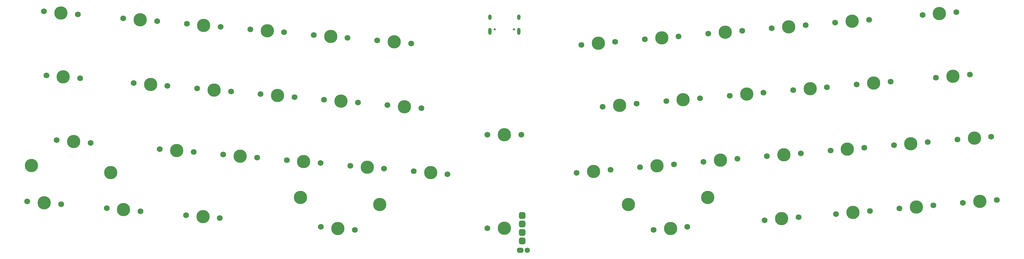
<source format=gbr>
%TF.GenerationSoftware,KiCad,Pcbnew,(7.0.0)*%
%TF.CreationDate,2024-04-21T21:40:01+02:00*%
%TF.ProjectId,Arrowhead,4172726f-7768-4656-9164-2e6b69636164,rev?*%
%TF.SameCoordinates,Original*%
%TF.FileFunction,Soldermask,Top*%
%TF.FilePolarity,Negative*%
%FSLAX46Y46*%
G04 Gerber Fmt 4.6, Leading zero omitted, Abs format (unit mm)*
G04 Created by KiCad (PCBNEW (7.0.0)) date 2024-04-21 21:40:01*
%MOMM*%
%LPD*%
G01*
G04 APERTURE LIST*
%ADD10C,1.750000*%
%ADD11C,3.987800*%
%ADD12O,2.100000X1.600000*%
%ADD13C,1.600000*%
%ADD14C,0.650000*%
%ADD15O,1.000000X1.600000*%
%ADD16O,1.000000X2.100000*%
G04 APERTURE END LIST*
D10*
%TO.C,MX45*%
X299139374Y-93545516D03*
D11*
X304200043Y-93102765D03*
D10*
X309260712Y-92660014D03*
%TD*%
%TO.C,MX26*%
X77992466Y-75757901D03*
D11*
X83053135Y-76200652D03*
D10*
X88113804Y-76643403D03*
%TD*%
%TO.C,MX6*%
X142990004Y-43198913D03*
D11*
X148050673Y-43641664D03*
D10*
X153111342Y-44084415D03*
%TD*%
%TO.C,MX38*%
X62099017Y-93490172D03*
D11*
X67159686Y-93932923D03*
D10*
X72220355Y-94375674D03*
%TD*%
%TO.C,MX31*%
X202591512Y-82869591D03*
D11*
X207652181Y-82426840D03*
D10*
X212712850Y-81984089D03*
%TD*%
%TO.C,MX41*%
X175895000Y-71437500D03*
D11*
X180975000Y-71437500D03*
D10*
X186055000Y-71437500D03*
%TD*%
%TO.C,MX22*%
X267352476Y-58080973D03*
D11*
X272413145Y-57638222D03*
D10*
X277473814Y-57195471D03*
%TD*%
%TO.C,MX35*%
X278501548Y-76228324D03*
D11*
X283562217Y-75785573D03*
D10*
X288622886Y-75342822D03*
%TD*%
%TO.C,MX19*%
X210419949Y-63061924D03*
D11*
X215480618Y-62619173D03*
D10*
X220541287Y-62176422D03*
%TD*%
D12*
%TO.C,EN1*%
X186349999Y-103584499D03*
X186349999Y-103060499D03*
X186349999Y-101044499D03*
X186349999Y-100520499D03*
X186349999Y-98504499D03*
X186349999Y-97980499D03*
D13*
X187825000Y-106060500D03*
D12*
X185724999Y-106060499D03*
X186349999Y-95964499D03*
X186349999Y-95440499D03*
%TD*%
D10*
%TO.C,MX23*%
X286329985Y-56420656D03*
D11*
X291390654Y-55977905D03*
D10*
X296451323Y-55535154D03*
%TD*%
%TO.C,MX46*%
X318116883Y-91885199D03*
D11*
X323177552Y-91442448D03*
D10*
X328238221Y-90999697D03*
%TD*%
%TO.C,MX48*%
X175895000Y-99512500D03*
D11*
X180975000Y-99512500D03*
%TD*%
D10*
%TO.C,MX8*%
X222992764Y-42839177D03*
D11*
X228053433Y-42396426D03*
D10*
X233114102Y-41953675D03*
%TD*%
%TO.C,MX5*%
X124012495Y-41538596D03*
D11*
X129073164Y-41981347D03*
D10*
X134133833Y-42424098D03*
%TD*%
%TO.C,MX11*%
X279925291Y-37858226D03*
D11*
X284985960Y-37415475D03*
D10*
X290046629Y-36972724D03*
%TD*%
%TO.C,MX43*%
X258812992Y-97077125D03*
D11*
X263873661Y-96634374D03*
D10*
X268934330Y-96191623D03*
%TD*%
%TO.C,MX33*%
X240546530Y-79548957D03*
D11*
X245607199Y-79106206D03*
D10*
X250667868Y-78663455D03*
%TD*%
%TO.C,MX32*%
X221569021Y-81209274D03*
D11*
X226629690Y-80766523D03*
D10*
X231690359Y-80323772D03*
%TD*%
%TO.C,MX4*%
X105034986Y-39878279D03*
D11*
X110095655Y-40321030D03*
D10*
X115156324Y-40763781D03*
%TD*%
%TO.C,MX34*%
X259524039Y-77888640D03*
D11*
X264584708Y-77445889D03*
D10*
X269645377Y-77003138D03*
%TD*%
%TO.C,MX12*%
X306019366Y-35575291D03*
D11*
X311080035Y-35132540D03*
D10*
X316140704Y-34689789D03*
%TD*%
%TO.C,MX27*%
X96969975Y-77418218D03*
D11*
X102030644Y-77860969D03*
D10*
X107091313Y-78303720D03*
%TD*%
%TO.C,MX20*%
X229397458Y-61401607D03*
D11*
X234458127Y-60958856D03*
D10*
X239518796Y-60516105D03*
%TD*%
%TO.C,MX14*%
X70164028Y-55950233D03*
D11*
X75224697Y-56392984D03*
D10*
X80285366Y-56835735D03*
%TD*%
%TO.C,MX1*%
X43358081Y-34482249D03*
D11*
X48418750Y-34925000D03*
D10*
X53479419Y-35367751D03*
%TD*%
%TO.C,MX21*%
X248374967Y-59741290D03*
D11*
X253435636Y-59298539D03*
D10*
X258496305Y-58855788D03*
%TD*%
%TO.C,MX28*%
X115947484Y-79078535D03*
D11*
X121008153Y-79521286D03*
D10*
X126068822Y-79964037D03*
%TD*%
D11*
%TO.C,S3*%
X39634268Y-80688526D03*
X63356154Y-82763922D03*
%TD*%
D10*
%TO.C,MX9*%
X241970273Y-41178860D03*
D11*
X247030942Y-40736109D03*
D10*
X252091611Y-40293358D03*
%TD*%
%TO.C,MX7*%
X204015255Y-44499494D03*
D11*
X209075924Y-44056743D03*
D10*
X214136593Y-43613992D03*
%TD*%
%TO.C,MX30*%
X153902502Y-82399168D03*
D11*
X158963171Y-82841919D03*
D10*
X164023840Y-83284670D03*
%TD*%
%TO.C,MX44*%
X280161865Y-95205833D03*
D11*
X285222534Y-94763082D03*
D10*
X290283203Y-94320331D03*
%TD*%
%TO.C,MX39*%
X85820903Y-95565568D03*
D11*
X90881572Y-96008319D03*
D10*
X95942241Y-96451070D03*
%TD*%
%TO.C,MX13*%
X44069953Y-53667298D03*
D11*
X49130622Y-54110049D03*
D10*
X54191291Y-54552800D03*
%TD*%
%TO.C,MX3*%
X86057477Y-38217962D03*
D11*
X91118146Y-38660713D03*
D10*
X96178815Y-39103464D03*
%TD*%
%TO.C,MX47*%
X316456566Y-72907690D03*
D11*
X321517235Y-72464939D03*
D10*
X326577904Y-72022188D03*
%TD*%
%TO.C,MX29*%
X134924993Y-80738851D03*
D11*
X139985662Y-81181602D03*
D10*
X145046331Y-81624353D03*
%TD*%
%TO.C,MX24*%
X310051872Y-54345260D03*
D11*
X315112541Y-53902509D03*
D10*
X320173210Y-53459758D03*
%TD*%
%TO.C,MX40*%
X126148110Y-99093742D03*
D11*
X131208779Y-99536493D03*
D10*
X136269448Y-99979244D03*
%TD*%
%TO.C,MX36*%
X297479057Y-74568007D03*
D11*
X302539726Y-74125256D03*
D10*
X307600395Y-73682505D03*
%TD*%
%TO.C,MX10*%
X260947782Y-39518543D03*
D11*
X266008451Y-39075792D03*
D10*
X271069120Y-38633041D03*
%TD*%
%TO.C,MX15*%
X89141537Y-57610550D03*
D11*
X94202206Y-58053301D03*
D10*
X99262875Y-58496052D03*
%TD*%
%TO.C,MX18*%
X146074064Y-62591501D03*
D11*
X151134733Y-63034252D03*
D10*
X156195402Y-63477003D03*
%TD*%
D11*
%TO.C,S1*%
X143789193Y-92350604D03*
X120067307Y-90275208D03*
%TD*%
D10*
%TO.C,MX17*%
X127096555Y-60931184D03*
D11*
X132157224Y-61373935D03*
D10*
X137217893Y-61816686D03*
%TD*%
%TO.C,MX25*%
X47154013Y-73059886D03*
D11*
X52214682Y-73502637D03*
D10*
X57275351Y-73945388D03*
%TD*%
%TO.C,MX2*%
X67079968Y-36557645D03*
D11*
X72140637Y-37000396D03*
D10*
X77201306Y-37443147D03*
%TD*%
D11*
%TO.C,S2*%
X241801896Y-90275770D03*
X218080010Y-92351166D03*
%TD*%
D10*
%TO.C,MX16*%
X108119046Y-59270867D03*
D11*
X113179715Y-59713618D03*
D10*
X118240384Y-60156369D03*
%TD*%
%TO.C,MX42*%
X225599755Y-99979806D03*
D11*
X230660424Y-99537055D03*
D10*
X235721093Y-99094304D03*
%TD*%
%TO.C,MX37*%
X38377131Y-91414776D03*
D11*
X43437800Y-91857527D03*
D10*
X48498469Y-92300278D03*
%TD*%
D14*
%TO.C,J1*%
X178085000Y-39906250D03*
X183865000Y-39906250D03*
D15*
X176654999Y-36256249D03*
D16*
X176654999Y-40436249D03*
D15*
X185294999Y-36256249D03*
D16*
X185294999Y-40436249D03*
%TD*%
M02*

</source>
